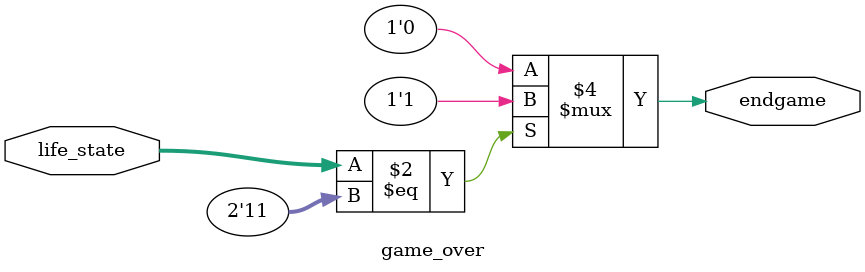
<source format=sv>
module game_over(input [1:0] life_state,
					  output endgame);
	always_comb begin 
		if(life_state == 2'b11)
			endgame = 1'b1; 
		else 
			endgame = 1'b0; 
	end 
endmodule 
</source>
